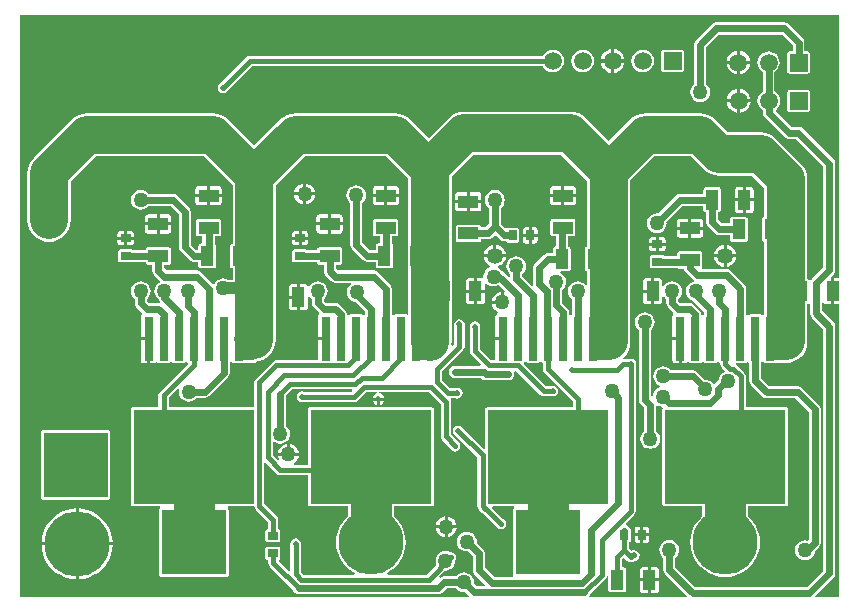
<source format=gbr>
G04 Layer_Physical_Order=2*
G04 Layer_Color=16711680*
%FSLAX42Y42*%
%MOMM*%
%TF.FileFunction,Copper,L2,Bot,Signal*%
%TF.Part,Single*%
G01*
G75*
%TA.AperFunction,SMDPad,CuDef*%
%ADD11R,1.70X1.10*%
%ADD13R,0.70X0.90*%
%ADD14R,0.90X0.70*%
%ADD16R,1.10X1.70*%
%TA.AperFunction,Conductor*%
%ADD23C,0.45*%
%ADD24C,0.60*%
%ADD26C,3.50*%
%ADD27C,3.25*%
%TA.AperFunction,ComponentPad*%
%ADD28R,1.50X1.50*%
%ADD29C,1.50*%
%ADD30R,5.50X5.50*%
%ADD31C,5.50*%
%ADD32R,5.50X5.50*%
%ADD33C,1.35*%
%ADD34R,1.35X1.35*%
%TA.AperFunction,ViaPad*%
%ADD35C,1.27*%
%ADD36C,0.50*%
%ADD37C,2.00*%
%TA.AperFunction,SMDPad,CuDef*%
%ADD38R,10.25X8.00*%
%ADD39R,0.80X3.70*%
%TA.AperFunction,Conductor*%
%ADD40C,1.00*%
%ADD41R,1.63X0.75*%
%ADD42R,1.63X0.75*%
%ADD43R,1.50X0.63*%
G36*
X3318Y3573D02*
Y3026D01*
X3316Y3024D01*
X3311Y3018D01*
X3310Y3010D01*
Y2840D01*
X3311Y2832D01*
X3316Y2826D01*
X3318Y2824D01*
Y2432D01*
X3315Y2430D01*
X3305Y2426D01*
X3302Y2429D01*
X3294Y2430D01*
X3214D01*
X3206Y2429D01*
X3199Y2424D01*
X3186Y2423D01*
X3178Y2431D01*
Y2648D01*
X3174Y2668D01*
X3163Y2684D01*
X3061Y2786D01*
X3045Y2797D01*
X3025Y2801D01*
X2721D01*
X2701Y2821D01*
Y2850D01*
X2735D01*
X2743Y2851D01*
X2749Y2856D01*
X2754Y2862D01*
X2755Y2870D01*
Y2980D01*
X2754Y2988D01*
X2749Y2994D01*
X2743Y2999D01*
X2735Y3000D01*
X2565D01*
X2557Y2999D01*
X2551Y2994D01*
X2546Y2988D01*
X2545Y2980D01*
Y2976D01*
X2457D01*
X2453Y2979D01*
X2445Y2980D01*
X2355D01*
X2347Y2979D01*
X2341Y2974D01*
X2336Y2968D01*
X2335Y2960D01*
Y2890D01*
X2336Y2882D01*
X2341Y2876D01*
X2347Y2871D01*
X2355Y2870D01*
X2445D01*
X2453Y2871D01*
X2457Y2874D01*
X2545D01*
Y2870D01*
X2546Y2862D01*
X2551Y2856D01*
X2557Y2851D01*
X2565Y2850D01*
X2599D01*
Y2800D01*
X2603Y2780D01*
X2614Y2764D01*
X2664Y2714D01*
X2680Y2703D01*
X2700Y2699D01*
X2828D01*
X2832Y2686D01*
X2822Y2678D01*
X2808Y2661D01*
X2800Y2641D01*
X2797Y2619D01*
X2800Y2597D01*
X2808Y2577D01*
X2822Y2559D01*
X2839Y2546D01*
X2859Y2537D01*
X2866Y2536D01*
X2949Y2454D01*
Y2427D01*
X2945Y2424D01*
X2943Y2421D01*
X2942Y2421D01*
X2931D01*
X2929Y2421D01*
X2927Y2424D01*
X2921Y2429D01*
X2913Y2430D01*
X2833D01*
X2825Y2429D01*
X2818Y2424D01*
X2805Y2423D01*
X2797Y2429D01*
X2793Y2449D01*
X2782Y2465D01*
X2736Y2511D01*
X2720Y2522D01*
X2700Y2526D01*
X2621D01*
X2601Y2546D01*
Y2559D01*
X2610Y2565D01*
X2623Y2583D01*
X2631Y2603D01*
X2634Y2625D01*
X2631Y2647D01*
X2623Y2667D01*
X2610Y2685D01*
X2592Y2698D01*
X2572Y2706D01*
X2550Y2709D01*
X2528Y2706D01*
X2508Y2698D01*
X2490Y2685D01*
X2477Y2667D01*
X2476Y2667D01*
X2464Y2669D01*
X2464Y2670D01*
X2458Y2678D01*
X2450Y2684D01*
X2440Y2686D01*
X2398D01*
Y2575D01*
Y2464D01*
X2440D01*
X2450Y2466D01*
X2458Y2472D01*
X2464Y2480D01*
X2466Y2490D01*
Y2577D01*
X2471Y2580D01*
X2479Y2581D01*
X2490Y2565D01*
X2499Y2559D01*
Y2525D01*
X2503Y2505D01*
X2514Y2489D01*
X2560Y2443D01*
X2560Y2428D01*
X2555Y2420D01*
X2553Y2410D01*
Y2238D01*
X2619D01*
Y2212D01*
X2553D01*
Y2041D01*
X2198D01*
X2181Y2038D01*
X2167Y2028D01*
X2024Y1886D01*
X2015Y1872D01*
X2012Y1855D01*
Y1645D01*
X1287D01*
Y1726D01*
X1360Y1798D01*
X1374Y1796D01*
X1375Y1795D01*
X1372Y1775D01*
X1375Y1753D01*
X1383Y1733D01*
X1397Y1715D01*
X1414Y1702D01*
X1434Y1694D01*
X1456Y1691D01*
X1478Y1694D01*
X1498Y1702D01*
X1516Y1715D01*
X1522Y1724D01*
X1594D01*
X1613Y1728D01*
X1630Y1739D01*
X1790Y1899D01*
X1801Y1916D01*
X1805Y1935D01*
Y2023D01*
X1808Y2026D01*
X1810Y2029D01*
X1812Y2029D01*
X1823D01*
X1825Y2029D01*
X1827Y2026D01*
X1833Y2021D01*
X1841Y2020D01*
X1842Y2019D01*
X1850Y2017D01*
X2012D01*
X2020Y2019D01*
X2027Y2023D01*
X2031Y2030D01*
X2032Y2031D01*
X2048Y2033D01*
X2083Y2043D01*
X2114Y2060D01*
X2142Y2083D01*
X2165Y2111D01*
X2182Y2142D01*
X2192Y2177D01*
X2196Y2212D01*
Y3524D01*
X2438Y3767D01*
X3124D01*
X3318Y3573D01*
D02*
G37*
G36*
X5820Y3658D02*
X5848Y3635D01*
X5880Y3618D01*
X5914Y3608D01*
X5950Y3604D01*
X5950Y3604D01*
X6224D01*
X6329Y3499D01*
Y3255D01*
X6322Y3254D01*
X6316Y3249D01*
X6311Y3243D01*
X6310Y3235D01*
Y3065D01*
X6311Y3057D01*
X6316Y3051D01*
X6322Y3046D01*
X6329Y3045D01*
Y2426D01*
X6327Y2424D01*
X6325Y2421D01*
X6323Y2421D01*
X6312D01*
X6310Y2421D01*
X6308Y2424D01*
X6302Y2429D01*
X6294Y2430D01*
X6214D01*
X6206Y2429D01*
X6200Y2424D01*
X6200Y2424D01*
X6186Y2423D01*
X6178Y2431D01*
Y2648D01*
X6174Y2668D01*
X6163Y2684D01*
X6049Y2799D01*
X6032Y2810D01*
X6012Y2813D01*
X5810D01*
X5803Y2826D01*
X5804Y2827D01*
X5805Y2835D01*
Y2945D01*
X5804Y2953D01*
X5799Y2959D01*
X5793Y2964D01*
X5785Y2965D01*
X5615D01*
X5607Y2964D01*
X5601Y2959D01*
X5596Y2953D01*
X5595Y2945D01*
Y2926D01*
X5482D01*
X5478Y2929D01*
X5470Y2930D01*
X5380D01*
X5372Y2929D01*
X5366Y2924D01*
X5361Y2918D01*
X5360Y2910D01*
Y2840D01*
X5361Y2832D01*
X5366Y2826D01*
X5372Y2821D01*
X5380Y2820D01*
X5470D01*
X5478Y2821D01*
X5482Y2824D01*
X5598D01*
X5601Y2821D01*
X5607Y2816D01*
X5615Y2815D01*
X5651D01*
X5653Y2805D01*
X5664Y2789D01*
X5726Y2726D01*
X5736Y2720D01*
X5733Y2707D01*
X5728Y2706D01*
X5708Y2698D01*
X5690Y2685D01*
X5677Y2667D01*
X5669Y2647D01*
X5666Y2625D01*
X5669Y2603D01*
X5677Y2583D01*
X5690Y2565D01*
X5708Y2552D01*
X5728Y2544D01*
X5731Y2543D01*
X5822Y2452D01*
Y2427D01*
X5819Y2424D01*
X5805Y2423D01*
X5797Y2429D01*
X5793Y2449D01*
X5782Y2465D01*
X5736Y2511D01*
X5720Y2522D01*
X5700Y2526D01*
X5621D01*
X5601Y2546D01*
Y2559D01*
X5610Y2565D01*
X5623Y2583D01*
X5631Y2603D01*
X5634Y2625D01*
X5631Y2647D01*
X5623Y2667D01*
X5610Y2685D01*
X5592Y2698D01*
X5572Y2706D01*
X5550Y2709D01*
X5528Y2706D01*
X5508Y2698D01*
X5490Y2685D01*
X5479Y2669D01*
X5471Y2670D01*
X5466Y2673D01*
Y2710D01*
X5464Y2720D01*
X5458Y2728D01*
X5450Y2734D01*
X5440Y2736D01*
X5398D01*
Y2625D01*
Y2514D01*
X5440D01*
X5450Y2516D01*
X5458Y2522D01*
X5464Y2530D01*
X5466Y2540D01*
Y2577D01*
X5471Y2580D01*
X5479Y2581D01*
X5490Y2565D01*
X5499Y2559D01*
Y2525D01*
X5503Y2505D01*
X5514Y2489D01*
X5560Y2443D01*
X5561Y2428D01*
X5555Y2420D01*
X5553Y2410D01*
Y2238D01*
X5619D01*
Y2225D01*
X5632D01*
Y2014D01*
X5659D01*
X5669Y2016D01*
X5677Y2022D01*
X5678Y2023D01*
X5691Y2026D01*
X5693Y2024D01*
X5698Y2021D01*
X5706Y2020D01*
X5786D01*
X5794Y2021D01*
X5800Y2026D01*
X5802Y2029D01*
X5804Y2029D01*
X5815D01*
X5817Y2029D01*
X5819Y2026D01*
X5825Y2021D01*
X5833Y2020D01*
X5913D01*
X5921Y2021D01*
X5927Y2026D01*
X5929Y2029D01*
X5931Y2029D01*
X5942D01*
X5944Y2029D01*
X5946Y2026D01*
X5952Y2021D01*
X5957Y2020D01*
Y2006D01*
X5960Y1990D01*
X5969Y1976D01*
X5994Y1951D01*
X5991Y1939D01*
X5983Y1935D01*
X5965Y1922D01*
X5952Y1905D01*
X5944Y1884D01*
X5942Y1870D01*
X5910Y1839D01*
X5908Y1838D01*
X5894Y1841D01*
X5884Y1853D01*
X5867Y1867D01*
X5847Y1875D01*
X5825Y1878D01*
X5761Y1942D01*
X5745Y1953D01*
X5725Y1957D01*
X5541D01*
X5535Y1966D01*
X5517Y1979D01*
X5497Y1988D01*
X5475Y1990D01*
X5453Y1988D01*
X5433Y1979D01*
X5415Y1966D01*
X5402Y1948D01*
X5394Y1928D01*
X5391Y1906D01*
X5394Y1884D01*
X5402Y1864D01*
X5415Y1847D01*
X5433Y1833D01*
X5451Y1826D01*
X5451Y1816D01*
X5450Y1813D01*
X5447Y1813D01*
X5427Y1804D01*
X5409Y1791D01*
X5396Y1773D01*
X5387Y1753D01*
X5386Y1741D01*
X5372Y1735D01*
X5370Y1736D01*
Y2296D01*
X5378Y2303D01*
X5392Y2320D01*
X5400Y2341D01*
X5403Y2362D01*
X5400Y2384D01*
X5392Y2405D01*
X5378Y2422D01*
X5361Y2435D01*
X5341Y2444D01*
X5319Y2447D01*
X5297Y2444D01*
X5277Y2435D01*
X5259Y2422D01*
X5246Y2405D01*
X5237Y2384D01*
X5235Y2362D01*
X5237Y2341D01*
X5246Y2320D01*
X5259Y2303D01*
X5268Y2296D01*
Y1706D01*
X5272Y1687D01*
X5283Y1670D01*
X5315Y1638D01*
Y1441D01*
X5306Y1435D01*
X5293Y1417D01*
X5284Y1397D01*
X5281Y1375D01*
X5284Y1353D01*
X5293Y1333D01*
X5306Y1315D01*
X5324Y1302D01*
X5344Y1294D01*
X5366Y1291D01*
X5387Y1294D01*
X5408Y1302D01*
X5425Y1315D01*
X5439Y1333D01*
X5447Y1353D01*
X5450Y1375D01*
X5447Y1397D01*
X5439Y1417D01*
X5425Y1435D01*
X5417Y1441D01*
Y1650D01*
X5421Y1654D01*
X5429Y1657D01*
X5447Y1650D01*
X5464Y1648D01*
X5470Y1637D01*
X5470Y1635D01*
X5469Y1633D01*
X5467Y1625D01*
Y825D01*
X5469Y817D01*
X5473Y811D01*
X5480Y806D01*
X5488Y805D01*
X5804D01*
Y721D01*
X5791Y709D01*
X5761Y674D01*
X5736Y634D01*
X5719Y591D01*
X5708Y546D01*
X5704Y500D01*
X5708Y454D01*
X5719Y409D01*
X5736Y366D01*
X5761Y326D01*
X5791Y291D01*
X5826Y261D01*
X5866Y236D01*
X5909Y219D01*
X5954Y208D01*
X6000Y204D01*
X6046Y208D01*
X6091Y219D01*
X6134Y236D01*
X6174Y261D01*
X6209Y291D01*
X6239Y326D01*
X6264Y366D01*
X6281Y409D01*
X6292Y454D01*
X6296Y500D01*
X6292Y546D01*
X6281Y591D01*
X6264Y634D01*
X6239Y674D01*
X6209Y709D01*
X6196Y721D01*
Y805D01*
X6512D01*
X6520Y806D01*
X6527Y811D01*
X6531Y817D01*
X6533Y825D01*
Y1625D01*
X6531Y1633D01*
X6527Y1639D01*
X6520Y1644D01*
X6512Y1645D01*
X6174D01*
Y1906D01*
X6171Y1923D01*
X6162Y1937D01*
X6100Y1999D01*
X6088Y2007D01*
X6090Y2019D01*
X6090Y2020D01*
X6167D01*
X6175Y2021D01*
X6181Y2026D01*
X6181Y2026D01*
X6195Y2027D01*
X6203Y2019D01*
Y1865D01*
X6207Y1845D01*
X6218Y1829D01*
X6314Y1733D01*
X6330Y1722D01*
X6350Y1718D01*
X6591D01*
X6705Y1604D01*
Y523D01*
X6702Y519D01*
X6693Y513D01*
X6675Y515D01*
X6653Y513D01*
X6633Y504D01*
X6615Y491D01*
X6602Y473D01*
X6594Y453D01*
X6591Y431D01*
X6594Y409D01*
X6602Y389D01*
X6615Y372D01*
X6633Y358D01*
X6653Y350D01*
X6675Y347D01*
X6697Y350D01*
X6717Y358D01*
X6735Y372D01*
X6748Y389D01*
X6756Y409D01*
X6758Y424D01*
X6792Y458D01*
X6803Y474D01*
X6807Y494D01*
Y1625D01*
X6803Y1645D01*
X6792Y1661D01*
X6649Y1805D01*
X6632Y1816D01*
X6612Y1820D01*
X6371D01*
X6305Y1886D01*
Y2023D01*
X6308Y2026D01*
X6310Y2029D01*
X6312Y2029D01*
X6323D01*
X6325Y2029D01*
X6327Y2026D01*
X6333Y2021D01*
X6341Y2020D01*
X6353D01*
X6355Y2019D01*
X6362Y2017D01*
X6508D01*
X6512Y2017D01*
X6548Y2020D01*
X6583Y2031D01*
X6614Y2048D01*
X6642Y2070D01*
X6665Y2098D01*
X6682Y2130D01*
X6692Y2164D01*
X6696Y2200D01*
Y2515D01*
X6707Y2521D01*
X6718Y2515D01*
Y2438D01*
X6722Y2418D01*
X6733Y2401D01*
X6830Y2304D01*
Y259D01*
X6691Y120D01*
X5746D01*
X5576Y290D01*
Y371D01*
X5585Y378D01*
X5598Y395D01*
X5606Y416D01*
X5609Y438D01*
X5606Y459D01*
X5598Y480D01*
X5585Y497D01*
X5567Y510D01*
X5547Y519D01*
X5525Y522D01*
X5503Y519D01*
X5483Y510D01*
X5465Y497D01*
X5452Y480D01*
X5444Y459D01*
X5441Y438D01*
X5444Y416D01*
X5452Y395D01*
X5465Y378D01*
X5474Y371D01*
Y269D01*
X5478Y249D01*
X5489Y233D01*
X5677Y45D01*
X5672Y33D01*
X4854D01*
X4847Y46D01*
X4855Y57D01*
X4856Y63D01*
X4987Y194D01*
X4996Y208D01*
X4998Y218D01*
X5011Y217D01*
Y96D01*
X5012Y88D01*
X5017Y82D01*
X5023Y77D01*
X5031Y76D01*
X5141D01*
X5149Y77D01*
X5156Y82D01*
X5160Y88D01*
X5162Y96D01*
Y266D01*
X5160Y274D01*
X5156Y281D01*
X5149Y285D01*
X5141Y287D01*
X5130D01*
Y356D01*
X5144Y370D01*
X5169Y344D01*
X5183Y335D01*
X5200Y332D01*
X5217Y335D01*
X5228Y342D01*
X5231Y342D01*
X5249Y345D01*
X5264Y355D01*
X5274Y370D01*
X5277Y388D01*
X5274Y405D01*
X5264Y420D01*
X5249Y430D01*
X5231Y433D01*
X5218Y431D01*
X5212D01*
X5207Y430D01*
X5187Y449D01*
Y499D01*
X5193Y503D01*
X5198Y510D01*
X5199Y518D01*
Y607D01*
X5198Y615D01*
X5193Y622D01*
X5187Y626D01*
X5181Y628D01*
X5174Y637D01*
X5162Y645D01*
X5157Y658D01*
X5231Y732D01*
X5240Y746D01*
X5243Y762D01*
Y1993D01*
X5246Y2006D01*
X5242Y2024D01*
X5232Y2039D01*
X5218Y2049D01*
X5200Y2052D01*
X5187Y2050D01*
X5138D01*
X5137Y2049D01*
X5131Y2061D01*
X5142Y2070D01*
X5165Y2098D01*
X5182Y2130D01*
X5192Y2164D01*
X5196Y2200D01*
Y3562D01*
X5401Y3767D01*
X5712D01*
X5820Y3658D01*
D02*
G37*
G36*
X4829Y3562D02*
Y3005D01*
X4822Y3004D01*
X4816Y2999D01*
X4811Y2993D01*
X4810Y2985D01*
Y2815D01*
X4811Y2807D01*
X4816Y2801D01*
X4822Y2796D01*
X4829Y2795D01*
Y2680D01*
X4816Y2676D01*
X4810Y2685D01*
X4792Y2698D01*
X4772Y2706D01*
X4750Y2709D01*
X4728Y2706D01*
X4708Y2698D01*
X4690Y2685D01*
X4677Y2667D01*
X4669Y2647D01*
X4666Y2625D01*
X4669Y2603D01*
X4677Y2583D01*
X4690Y2565D01*
X4699Y2559D01*
Y2426D01*
X4691Y2423D01*
X4686Y2423D01*
X4678Y2431D01*
Y2448D01*
X4674Y2468D01*
X4663Y2484D01*
X4620Y2527D01*
Y2640D01*
X4628Y2647D01*
X4642Y2664D01*
X4650Y2684D01*
X4653Y2706D01*
X4650Y2728D01*
X4642Y2748D01*
X4628Y2766D01*
X4611Y2779D01*
X4604Y2782D01*
X4607Y2795D01*
X4670D01*
X4678Y2796D01*
X4684Y2801D01*
X4689Y2807D01*
X4690Y2815D01*
Y2985D01*
X4689Y2993D01*
X4684Y2999D01*
X4678Y3004D01*
X4670Y3005D01*
X4666D01*
Y3090D01*
X4710D01*
X4718Y3091D01*
X4724Y3096D01*
X4729Y3102D01*
X4730Y3110D01*
Y3220D01*
X4729Y3228D01*
X4724Y3234D01*
X4718Y3239D01*
X4710Y3240D01*
X4540D01*
X4532Y3239D01*
X4526Y3234D01*
X4521Y3228D01*
X4520Y3220D01*
Y3110D01*
X4521Y3102D01*
X4526Y3096D01*
X4532Y3091D01*
X4540Y3090D01*
X4564D01*
Y3005D01*
X4560D01*
X4552Y3004D01*
X4546Y2999D01*
X4541Y2993D01*
X4540Y2985D01*
Y2951D01*
X4500D01*
X4480Y2947D01*
X4464Y2936D01*
X4389Y2861D01*
X4378Y2845D01*
X4374Y2825D01*
Y2689D01*
X4377Y2676D01*
X4365Y2670D01*
X4282Y2752D01*
Y2771D01*
X4291Y2778D01*
X4304Y2795D01*
X4313Y2816D01*
X4315Y2838D01*
X4313Y2859D01*
X4304Y2880D01*
X4291Y2897D01*
X4273Y2910D01*
X4253Y2919D01*
X4231Y2922D01*
X4209Y2919D01*
X4189Y2910D01*
X4172Y2897D01*
X4158Y2880D01*
X4150Y2859D01*
X4147Y2838D01*
X4150Y2816D01*
X4158Y2795D01*
X4172Y2778D01*
X4180Y2771D01*
Y2747D01*
X4168Y2742D01*
X4124Y2786D01*
X4107Y2797D01*
X4107Y2797D01*
X4097Y2810D01*
X4080Y2823D01*
X4080Y2823D01*
Y2837D01*
X4097Y2844D01*
X4116Y2859D01*
X4131Y2878D01*
X4141Y2901D01*
X4142Y2912D01*
X3958D01*
X3959Y2901D01*
X3969Y2878D01*
X3984Y2859D01*
X4003Y2844D01*
X4008Y2842D01*
Y2828D01*
X3995Y2823D01*
X3978Y2810D01*
X3965Y2792D01*
X3956Y2772D01*
X3953Y2750D01*
X3954Y2745D01*
X3942Y2735D01*
X3940Y2736D01*
X3898D01*
Y2638D01*
X3966D01*
Y2686D01*
X3974Y2689D01*
X3979Y2690D01*
X3995Y2677D01*
X4016Y2669D01*
X4038Y2666D01*
X4059Y2669D01*
X4080Y2677D01*
X4085Y2681D01*
X4135Y2631D01*
X4129Y2619D01*
X4125Y2619D01*
Y2531D01*
X4112D01*
Y2519D01*
X4025D01*
X4026Y2508D01*
X4035Y2486D01*
X4049Y2468D01*
X4068Y2454D01*
X4076Y2450D01*
X4076Y2448D01*
X4069Y2434D01*
X4061Y2428D01*
X4055Y2420D01*
X4053Y2410D01*
Y2238D01*
X4119D01*
Y2212D01*
X4053D01*
Y2041D01*
X4020D01*
X3925Y2137D01*
Y2312D01*
X3927Y2325D01*
X3924Y2343D01*
X3914Y2357D01*
X3899Y2367D01*
X3881Y2371D01*
X3864Y2367D01*
X3849Y2357D01*
X3839Y2343D01*
X3835Y2325D01*
X3838Y2312D01*
Y2119D01*
X3841Y2102D01*
X3851Y2088D01*
X3932Y2006D01*
X3927Y1995D01*
X3712D01*
X3693Y1991D01*
X3676Y1980D01*
X3665Y1963D01*
X3662Y1944D01*
X3665Y1924D01*
X3676Y1908D01*
X3680Y1905D01*
X3680Y1905D01*
X3695Y1895D01*
X3712Y1892D01*
X3718Y1893D01*
X3933D01*
X3936Y1889D01*
X3953Y1878D01*
X3972Y1874D01*
X4162D01*
X4182Y1878D01*
X4199Y1889D01*
X4210Y1905D01*
X4213Y1925D01*
X4210Y1941D01*
X4216Y1952D01*
X4229Y1953D01*
X4432Y1751D01*
X4446Y1741D01*
X4462Y1738D01*
X4525D01*
X4538Y1735D01*
X4555Y1739D01*
X4570Y1749D01*
X4580Y1764D01*
X4583Y1781D01*
X4580Y1799D01*
X4570Y1814D01*
X4555Y1824D01*
X4538Y1827D01*
X4525Y1825D01*
X4480D01*
X4296Y2009D01*
X4296Y2011D01*
X4299Y2024D01*
X4300Y2026D01*
X4302Y2029D01*
X4304Y2029D01*
X4315D01*
X4317Y2029D01*
X4319Y2026D01*
X4325Y2021D01*
X4333Y2020D01*
X4413D01*
X4421Y2021D01*
X4427Y2026D01*
X4429Y2029D01*
X4431Y2029D01*
X4442D01*
X4444Y2029D01*
X4446Y2026D01*
X4452Y2021D01*
X4457Y2020D01*
Y1969D01*
X4460Y1952D01*
X4469Y1938D01*
X4713Y1695D01*
Y1645D01*
X3988D01*
X3980Y1644D01*
X3973Y1639D01*
X3969Y1633D01*
X3967Y1625D01*
Y1292D01*
X3955Y1287D01*
X3779Y1463D01*
X3772Y1474D01*
X3757Y1484D01*
X3740Y1487D01*
X3722Y1484D01*
X3707Y1474D01*
X3697Y1459D01*
X3694Y1442D01*
X3697Y1424D01*
X3707Y1409D01*
X3718Y1402D01*
X3902Y1218D01*
Y807D01*
X3905Y791D01*
X3914Y777D01*
X3939Y752D01*
X3951Y744D01*
X4060Y635D01*
X4068Y624D01*
X4082Y614D01*
X4100Y610D01*
X4118Y614D01*
X4132Y624D01*
X4142Y639D01*
X4146Y656D01*
X4142Y674D01*
X4132Y689D01*
X4122Y696D01*
X4025Y793D01*
X4030Y805D01*
X4211D01*
X4214Y792D01*
X4211Y789D01*
X4206Y783D01*
X4205Y775D01*
Y225D01*
X4206Y220D01*
X4201Y211D01*
X4198Y207D01*
X4046D01*
X3963Y290D01*
Y406D01*
X3960Y426D01*
X3949Y442D01*
X3895Y496D01*
X3897Y506D01*
X3894Y528D01*
X3885Y548D01*
X3872Y566D01*
X3855Y579D01*
X3834Y588D01*
X3812Y590D01*
X3791Y588D01*
X3770Y579D01*
X3753Y566D01*
X3740Y548D01*
X3731Y528D01*
X3728Y506D01*
X3731Y484D01*
X3740Y464D01*
X3753Y447D01*
X3770Y433D01*
X3791Y425D01*
X3812Y422D01*
X3823Y423D01*
X3862Y385D01*
Y269D01*
X3865Y249D01*
X3876Y233D01*
X3970Y139D01*
X3965Y127D01*
X3895D01*
X3870Y152D01*
X3872Y162D01*
X3869Y184D01*
X3860Y205D01*
X3847Y222D01*
X3830Y235D01*
X3809Y244D01*
X3788Y247D01*
X3766Y244D01*
X3745Y235D01*
X3728Y222D01*
X3721Y213D01*
X3619D01*
X3599Y210D01*
X3587Y201D01*
X3579Y211D01*
X3628Y260D01*
X3631Y260D01*
X3653Y262D01*
X3673Y271D01*
X3691Y284D01*
X3704Y302D01*
X3713Y322D01*
X3715Y344D01*
X3715Y350D01*
X3718Y355D01*
X3722Y372D01*
X3718Y388D01*
X3709Y402D01*
X3695Y412D01*
X3678Y415D01*
X3676Y415D01*
X3673Y417D01*
X3653Y425D01*
X3631Y428D01*
X3609Y425D01*
X3589Y417D01*
X3572Y403D01*
X3558Y386D01*
X3550Y366D01*
X3547Y344D01*
X3550Y322D01*
X3555Y310D01*
X3471Y226D01*
X3142D01*
X3138Y239D01*
X3174Y261D01*
X3209Y291D01*
X3239Y326D01*
X3264Y366D01*
X3281Y409D01*
X3292Y454D01*
X3296Y500D01*
X3292Y546D01*
X3281Y591D01*
X3264Y634D01*
X3239Y674D01*
X3209Y709D01*
X3196Y721D01*
Y805D01*
X3512D01*
X3520Y806D01*
X3527Y811D01*
X3531Y817D01*
X3533Y825D01*
Y1625D01*
X3531Y1633D01*
X3527Y1639D01*
X3520Y1644D01*
X3512Y1645D01*
X2487D01*
X2479Y1644D01*
X2473Y1639D01*
X2468Y1633D01*
X2467Y1625D01*
Y1156D01*
X2352D01*
X2348Y1169D01*
X2363Y1180D01*
X2378Y1199D01*
X2387Y1221D01*
X2388Y1231D01*
X2212D01*
X2213Y1221D01*
X2221Y1202D01*
X2210Y1195D01*
X2169Y1236D01*
Y1346D01*
X2181Y1352D01*
X2189Y1346D01*
X2209Y1337D01*
X2231Y1335D01*
X2253Y1337D01*
X2273Y1346D01*
X2291Y1359D01*
X2304Y1377D01*
X2313Y1397D01*
X2315Y1419D01*
X2313Y1441D01*
X2304Y1461D01*
X2291Y1478D01*
X2282Y1485D01*
Y1746D01*
X2330Y1794D01*
X2839D01*
X2844Y1783D01*
X2837Y1775D01*
X2432D01*
X2419Y1777D01*
X2401Y1774D01*
X2386Y1764D01*
X2376Y1749D01*
X2373Y1731D01*
X2376Y1714D01*
X2386Y1699D01*
X2401Y1689D01*
X2419Y1685D01*
X2432Y1688D01*
X2856D01*
X2873Y1691D01*
X2887Y1701D01*
X2961Y1775D01*
X3054D01*
X3055Y1762D01*
X3043Y1760D01*
X3026Y1749D01*
X3015Y1732D01*
X3014Y1725D01*
X3111D01*
X3110Y1732D01*
X3099Y1749D01*
X3082Y1760D01*
X3070Y1762D01*
X3071Y1775D01*
X3489D01*
X3590Y1673D01*
Y1398D01*
X3594Y1381D01*
X3603Y1367D01*
X3669Y1301D01*
X3670Y1295D01*
X3680Y1280D01*
X3695Y1270D01*
X3712Y1267D01*
X3730Y1270D01*
X3745Y1280D01*
X3755Y1295D01*
X3758Y1312D01*
X3755Y1330D01*
X3753Y1333D01*
X3753Y1335D01*
X3743Y1349D01*
X3677Y1416D01*
Y1691D01*
X3674Y1706D01*
X3675Y1710D01*
X3680Y1719D01*
X3718D01*
X3731Y1717D01*
X3749Y1720D01*
X3764Y1730D01*
X3774Y1745D01*
X3777Y1762D01*
X3774Y1780D01*
X3764Y1795D01*
X3749Y1805D01*
X3731Y1808D01*
X3718Y1806D01*
X3672D01*
X3606Y1872D01*
Y1952D01*
X3781Y2127D01*
X3790Y2141D01*
X3793Y2157D01*
Y2331D01*
X3796Y2344D01*
X3792Y2361D01*
X3782Y2376D01*
X3768Y2386D01*
X3750Y2390D01*
X3732Y2386D01*
X3718Y2376D01*
X3708Y2361D01*
X3704Y2344D01*
X3707Y2331D01*
Y2175D01*
X3694Y2163D01*
X3682Y2168D01*
X3685Y2199D01*
Y2526D01*
X3689Y2532D01*
X3690Y2540D01*
Y2710D01*
X3689Y2718D01*
X3685Y2724D01*
Y3600D01*
X3863Y3779D01*
X4612D01*
X4829Y3562D01*
D02*
G37*
G36*
X6967Y2737D02*
X6965Y2736D01*
X6923D01*
Y2625D01*
Y2514D01*
X6965D01*
X6967Y2513D01*
Y33D01*
X6766D01*
X6761Y45D01*
X6917Y201D01*
X6928Y218D01*
X6932Y238D01*
Y2325D01*
X6928Y2345D01*
X6917Y2361D01*
X6820Y2459D01*
Y2526D01*
X6823Y2527D01*
X6832Y2528D01*
X6837Y2522D01*
X6845Y2516D01*
X6855Y2514D01*
X6897D01*
Y2625D01*
Y2740D01*
X6894Y2748D01*
X6917Y2771D01*
X6928Y2787D01*
X6932Y2807D01*
Y3706D01*
X6928Y3726D01*
X6917Y3742D01*
X6655Y4005D01*
X6638Y4016D01*
X6619Y4020D01*
X6559D01*
X6428Y4151D01*
X6428Y4163D01*
X6437Y4170D01*
X6452Y4190D01*
X6461Y4213D01*
X6465Y4238D01*
X6461Y4262D01*
X6452Y4285D01*
X6437Y4305D01*
X6417Y4320D01*
Y4482D01*
X6434Y4495D01*
X6449Y4515D01*
X6459Y4538D01*
X6462Y4562D01*
X6459Y4587D01*
X6449Y4610D01*
X6434Y4630D01*
X6414Y4645D01*
X6391Y4655D01*
X6367Y4658D01*
X6342Y4655D01*
X6319Y4645D01*
X6299Y4630D01*
X6284Y4610D01*
X6274Y4587D01*
X6271Y4562D01*
X6274Y4538D01*
X6284Y4515D01*
X6299Y4495D01*
X6316Y4482D01*
Y4316D01*
X6301Y4305D01*
X6286Y4285D01*
X6276Y4262D01*
X6273Y4238D01*
X6276Y4213D01*
X6286Y4190D01*
X6301Y4170D01*
X6318Y4157D01*
Y4138D01*
X6322Y4118D01*
X6333Y4101D01*
X6501Y3933D01*
X6518Y3922D01*
X6538Y3918D01*
X6598D01*
X6830Y3685D01*
Y2828D01*
X6733Y2731D01*
X6726Y2721D01*
X6723Y2720D01*
X6711Y2721D01*
X6709Y2724D01*
X6703Y2729D01*
X6696Y2730D01*
Y3575D01*
X6696Y3575D01*
X6692Y3611D01*
X6682Y3645D01*
X6665Y3677D01*
X6642Y3705D01*
X6430Y3917D01*
X6402Y3940D01*
X6370Y3957D01*
X6336Y3967D01*
X6300Y3971D01*
X6026D01*
X5917Y4080D01*
X5889Y4102D01*
X5858Y4119D01*
X5823Y4130D01*
X5788Y4133D01*
X5325D01*
X5289Y4130D01*
X5255Y4119D01*
X5223Y4102D01*
X5195Y4080D01*
X5012Y3897D01*
X4817Y4092D01*
X4789Y4115D01*
X4758Y4132D01*
X4723Y4142D01*
X4688Y4146D01*
X3788D01*
X3752Y4142D01*
X3717Y4132D01*
X3686Y4115D01*
X3658Y4092D01*
X3658Y4092D01*
X3488Y3922D01*
X3330Y4080D01*
X3302Y4102D01*
X3270Y4119D01*
X3236Y4130D01*
X3200Y4133D01*
X2363D01*
X2362Y4133D01*
X2327Y4130D01*
X2292Y4119D01*
X2261Y4102D01*
X2233Y4080D01*
X2012Y3859D01*
X1792Y4080D01*
X1764Y4102D01*
X1733Y4119D01*
X1698Y4130D01*
X1662Y4133D01*
X600D01*
X564Y4130D01*
X530Y4119D01*
X498Y4102D01*
X470Y4080D01*
X470Y4080D01*
X145Y3755D01*
X123Y3727D01*
X106Y3695D01*
X95Y3661D01*
X92Y3625D01*
Y3225D01*
X95Y3189D01*
X106Y3155D01*
X123Y3123D01*
X145Y3095D01*
X173Y3073D01*
X205Y3056D01*
X239Y3045D01*
X275Y3042D01*
X311Y3045D01*
X345Y3056D01*
X377Y3073D01*
X405Y3095D01*
X427Y3123D01*
X444Y3155D01*
X455Y3189D01*
X458Y3225D01*
Y3549D01*
X676Y3767D01*
X1587D01*
X1829Y3524D01*
Y3030D01*
X1822Y3029D01*
X1816Y3024D01*
X1811Y3018D01*
X1810Y3010D01*
Y2840D01*
X1811Y2832D01*
X1816Y2826D01*
X1822Y2821D01*
X1829Y2820D01*
Y2721D01*
X1795D01*
X1792Y2723D01*
X1772Y2731D01*
X1750Y2734D01*
X1728Y2731D01*
X1708Y2723D01*
X1690Y2710D01*
X1677Y2692D01*
X1675Y2686D01*
X1661Y2686D01*
X1561Y2786D01*
X1545Y2797D01*
X1525Y2801D01*
X1271D01*
X1251Y2821D01*
Y2850D01*
X1285D01*
X1293Y2851D01*
X1299Y2856D01*
X1304Y2862D01*
X1305Y2870D01*
Y2980D01*
X1304Y2988D01*
X1299Y2994D01*
X1293Y2999D01*
X1285Y3000D01*
X1115D01*
X1107Y2999D01*
X1101Y2994D01*
X1096Y2988D01*
X1095Y2980D01*
Y2976D01*
X982D01*
X978Y2979D01*
X970Y2980D01*
X880D01*
X872Y2979D01*
X866Y2974D01*
X861Y2968D01*
X860Y2960D01*
Y2890D01*
X861Y2882D01*
X866Y2876D01*
X872Y2871D01*
X880Y2870D01*
X970D01*
X978Y2871D01*
X982Y2874D01*
X1095D01*
Y2870D01*
X1096Y2862D01*
X1101Y2856D01*
X1107Y2851D01*
X1115Y2850D01*
X1149D01*
Y2800D01*
X1153Y2780D01*
X1164Y2764D01*
X1214Y2714D01*
X1215Y2713D01*
X1214Y2700D01*
X1208Y2698D01*
X1190Y2685D01*
X1177Y2667D01*
X1169Y2647D01*
X1166Y2625D01*
X1169Y2603D01*
X1177Y2583D01*
X1190Y2565D01*
X1202Y2557D01*
X1203Y2551D01*
X1213Y2536D01*
X1211Y2532D01*
X1206Y2525D01*
X1200Y2526D01*
X1121D01*
X1101Y2546D01*
Y2559D01*
X1110Y2565D01*
X1123Y2583D01*
X1131Y2603D01*
X1134Y2625D01*
X1131Y2647D01*
X1123Y2667D01*
X1110Y2685D01*
X1092Y2698D01*
X1072Y2706D01*
X1050Y2709D01*
X1028Y2706D01*
X1008Y2698D01*
X990Y2685D01*
X977Y2667D01*
X969Y2647D01*
X966Y2625D01*
X969Y2603D01*
X977Y2583D01*
X990Y2565D01*
X999Y2559D01*
Y2525D01*
X1003Y2505D01*
X1014Y2489D01*
X1060Y2443D01*
X1061Y2428D01*
X1055Y2420D01*
X1053Y2410D01*
Y2238D01*
X1119D01*
Y2225D01*
X1132D01*
Y2014D01*
X1159D01*
X1169Y2016D01*
X1177Y2022D01*
X1178Y2023D01*
X1191Y2026D01*
X1193Y2024D01*
X1198Y2021D01*
X1206Y2020D01*
X1286D01*
X1294Y2021D01*
X1300Y2026D01*
X1302Y2029D01*
X1304Y2029D01*
X1315D01*
X1317Y2029D01*
X1319Y2026D01*
X1325Y2021D01*
X1333Y2020D01*
X1413D01*
X1421Y2021D01*
X1427Y2026D01*
X1429Y2029D01*
X1431Y2029D01*
X1442D01*
X1444Y2029D01*
X1446Y2026D01*
X1446Y2025D01*
X1449Y2010D01*
X1448Y2010D01*
X1213Y1774D01*
X1204Y1760D01*
X1200Y1744D01*
Y1645D01*
X988D01*
X980Y1644D01*
X973Y1639D01*
X969Y1633D01*
X967Y1625D01*
Y825D01*
X969Y817D01*
X973Y811D01*
X980Y806D01*
X988Y805D01*
X1211D01*
X1214Y792D01*
X1211Y789D01*
X1206Y783D01*
X1205Y775D01*
Y225D01*
X1206Y217D01*
X1211Y211D01*
X1217Y206D01*
X1225Y205D01*
X1775D01*
X1783Y206D01*
X1789Y211D01*
X1794Y217D01*
X1795Y225D01*
Y775D01*
X1794Y783D01*
X1789Y789D01*
X1786Y792D01*
X1789Y805D01*
X2012D01*
X2015Y791D01*
X2024Y777D01*
X2130Y671D01*
Y612D01*
X2124D01*
X2116Y610D01*
X2109Y606D01*
X2105Y599D01*
X2103Y591D01*
Y521D01*
X2105Y513D01*
X2109Y507D01*
X2116Y502D01*
X2124Y501D01*
X2214D01*
X2222Y502D01*
X2228Y507D01*
X2233Y513D01*
X2234Y521D01*
Y591D01*
X2233Y599D01*
X2228Y606D01*
X2222Y610D01*
X2217Y611D01*
Y689D01*
X2214Y705D01*
X2204Y719D01*
X2098Y825D01*
Y1168D01*
X2110Y1172D01*
X2201Y1082D01*
X2215Y1072D01*
X2231Y1069D01*
X2467D01*
Y825D01*
X2468Y817D01*
X2473Y811D01*
X2479Y806D01*
X2487Y805D01*
X2804D01*
Y721D01*
X2791Y709D01*
X2761Y674D01*
X2736Y634D01*
X2719Y591D01*
X2708Y546D01*
X2704Y500D01*
X2708Y454D01*
X2719Y409D01*
X2736Y366D01*
X2761Y326D01*
X2791Y291D01*
X2826Y261D01*
X2862Y239D01*
X2858Y226D01*
X2427D01*
X2406Y247D01*
Y475D01*
X2408Y487D01*
X2405Y505D01*
X2395Y520D01*
X2380Y530D01*
X2362Y533D01*
X2345Y530D01*
X2330Y520D01*
X2320Y505D01*
X2317Y487D01*
X2319Y475D01*
Y259D01*
X2307Y254D01*
X2222Y340D01*
X2222Y344D01*
X2223Y354D01*
X2228Y357D01*
X2233Y363D01*
X2234Y371D01*
Y441D01*
X2233Y449D01*
X2228Y456D01*
X2222Y460D01*
X2214Y462D01*
X2124D01*
X2116Y460D01*
X2109Y456D01*
X2105Y449D01*
X2103Y441D01*
Y371D01*
X2105Y363D01*
X2109Y357D01*
X2116Y352D01*
X2124Y351D01*
X2132D01*
Y325D01*
X2135Y308D01*
X2144Y294D01*
X2342Y97D01*
X2343Y90D01*
X2354Y74D01*
X2370Y63D01*
X2390Y59D01*
X3566D01*
X3586Y63D01*
X3602Y74D01*
X3640Y112D01*
X3721D01*
X3728Y103D01*
X3745Y90D01*
X3766Y81D01*
X3788Y78D01*
X3798Y80D01*
X3832Y46D01*
X3827Y33D01*
X33D01*
Y4967D01*
X6967D01*
Y2737D01*
D02*
G37*
%LPC*%
G36*
X2875Y3522D02*
X2853Y3519D01*
X2833Y3510D01*
X2815Y3497D01*
X2802Y3480D01*
X2794Y3459D01*
X2791Y3438D01*
X2794Y3416D01*
X2802Y3395D01*
X2815Y3378D01*
X2824Y3371D01*
Y3019D01*
X2828Y2999D01*
X2839Y2983D01*
X2933Y2889D01*
X2949Y2878D01*
X2969Y2874D01*
X3040D01*
Y2840D01*
X3041Y2832D01*
X3046Y2826D01*
X3052Y2821D01*
X3060Y2820D01*
X3170D01*
X3178Y2821D01*
X3184Y2826D01*
X3189Y2832D01*
X3190Y2840D01*
Y3010D01*
X3189Y3018D01*
X3184Y3024D01*
X3178Y3029D01*
X3176Y3029D01*
Y3090D01*
X3210D01*
X3218Y3091D01*
X3224Y3096D01*
X3229Y3102D01*
X3230Y3110D01*
Y3220D01*
X3229Y3228D01*
X3224Y3234D01*
X3218Y3239D01*
X3210Y3240D01*
X3040D01*
X3032Y3239D01*
X3026Y3234D01*
X3021Y3228D01*
X3020Y3220D01*
Y3110D01*
X3021Y3102D01*
X3026Y3096D01*
X3032Y3091D01*
X3040Y3090D01*
X3074D01*
Y3030D01*
X3060D01*
X3052Y3029D01*
X3046Y3024D01*
X3041Y3018D01*
X3040Y3010D01*
Y2976D01*
X2990D01*
X2926Y3040D01*
Y3371D01*
X2935Y3378D01*
X2948Y3395D01*
X2956Y3416D01*
X2959Y3438D01*
X2956Y3459D01*
X2948Y3480D01*
X2935Y3497D01*
X2917Y3510D01*
X2897Y3519D01*
X2875Y3522D01*
D02*
G37*
G36*
X2372Y2686D02*
X2330D01*
X2320Y2684D01*
X2312Y2678D01*
X2306Y2670D01*
X2304Y2660D01*
Y2588D01*
X2372D01*
Y2686D01*
D02*
G37*
G36*
X2387Y3136D02*
X2355D01*
X2345Y3134D01*
X2337Y3128D01*
X2331Y3120D01*
X2329Y3110D01*
Y3088D01*
X2387D01*
Y3136D01*
D02*
G37*
G36*
X2471Y3062D02*
X2413D01*
Y3014D01*
X2445D01*
X2455Y3016D01*
X2463Y3022D01*
X2469Y3030D01*
X2471Y3040D01*
Y3062D01*
D02*
G37*
G36*
X2387D02*
X2329D01*
Y3040D01*
X2331Y3030D01*
X2337Y3022D01*
X2345Y3016D01*
X2355Y3014D01*
X2387D01*
Y3062D01*
D02*
G37*
G36*
X2372Y2562D02*
X2304D01*
Y2490D01*
X2306Y2480D01*
X2312Y2472D01*
X2320Y2466D01*
X2330Y2464D01*
X2372D01*
Y2562D01*
D02*
G37*
G36*
X2450Y3538D02*
Y3463D01*
X2525D01*
X2524Y3473D01*
X2515Y3495D01*
X2501Y3513D01*
X2482Y3528D01*
X2461Y3537D01*
X2450Y3538D01*
D02*
G37*
G36*
X2425D02*
X2414Y3537D01*
X2393Y3528D01*
X2374Y3513D01*
X2360Y3495D01*
X2351Y3473D01*
X2350Y3463D01*
X2425D01*
Y3538D01*
D02*
G37*
G36*
X3112Y3516D02*
X3040D01*
X3030Y3514D01*
X3022Y3508D01*
X3016Y3500D01*
X3014Y3490D01*
Y3448D01*
X3112D01*
Y3516D01*
D02*
G37*
G36*
X3210D02*
X3138D01*
Y3448D01*
X3236D01*
Y3490D01*
X3234Y3500D01*
X3228Y3508D01*
X3220Y3514D01*
X3210Y3516D01*
D02*
G37*
G36*
X2761Y3182D02*
X2663D01*
Y3114D01*
X2735D01*
X2745Y3116D01*
X2753Y3122D01*
X2759Y3130D01*
X2761Y3140D01*
Y3182D01*
D02*
G37*
G36*
X2637Y3276D02*
X2565D01*
X2555Y3274D01*
X2547Y3268D01*
X2541Y3260D01*
X2539Y3250D01*
Y3208D01*
X2637D01*
Y3276D01*
D02*
G37*
G36*
X2445Y3136D02*
X2413D01*
Y3088D01*
X2471D01*
Y3110D01*
X2469Y3120D01*
X2463Y3128D01*
X2455Y3134D01*
X2445Y3136D01*
D02*
G37*
G36*
X2637Y3182D02*
X2539D01*
Y3140D01*
X2541Y3130D01*
X2547Y3122D01*
X2555Y3116D01*
X2565Y3114D01*
X2637D01*
Y3182D01*
D02*
G37*
G36*
X3236Y3422D02*
X3138D01*
Y3354D01*
X3210D01*
X3220Y3356D01*
X3228Y3362D01*
X3234Y3370D01*
X3236Y3380D01*
Y3422D01*
D02*
G37*
G36*
X3112D02*
X3014D01*
Y3380D01*
X3016Y3370D01*
X3022Y3362D01*
X3030Y3356D01*
X3040Y3354D01*
X3112D01*
Y3422D01*
D02*
G37*
G36*
X2525Y3437D02*
X2450D01*
Y3362D01*
X2461Y3363D01*
X2482Y3372D01*
X2501Y3387D01*
X2515Y3405D01*
X2524Y3427D01*
X2525Y3437D01*
D02*
G37*
G36*
X2425D02*
X2350D01*
X2351Y3427D01*
X2360Y3405D01*
X2374Y3387D01*
X2393Y3372D01*
X2414Y3363D01*
X2425Y3362D01*
Y3437D01*
D02*
G37*
G36*
X2735Y3276D02*
X2663D01*
Y3208D01*
X2761D01*
Y3250D01*
X2759Y3260D01*
X2753Y3268D01*
X2745Y3274D01*
X2735Y3276D01*
D02*
G37*
G36*
X6092Y2912D02*
X6013D01*
Y2833D01*
X6024Y2834D01*
X6047Y2844D01*
X6066Y2859D01*
X6081Y2878D01*
X6091Y2901D01*
X6092Y2912D01*
D02*
G37*
G36*
X5987D02*
X5908D01*
X5909Y2901D01*
X5919Y2878D01*
X5934Y2859D01*
X5953Y2844D01*
X5976Y2834D01*
X5987Y2833D01*
Y2912D01*
D02*
G37*
G36*
Y3017D02*
X5976Y3016D01*
X5953Y3006D01*
X5934Y2991D01*
X5919Y2972D01*
X5909Y2949D01*
X5908Y2938D01*
X5987D01*
Y3017D01*
D02*
G37*
G36*
X5372Y2736D02*
X5330D01*
X5320Y2734D01*
X5312Y2728D01*
X5306Y2720D01*
X5304Y2710D01*
Y2638D01*
X5372D01*
Y2736D01*
D02*
G37*
G36*
X5470Y3086D02*
X5438D01*
Y3038D01*
X5496D01*
Y3060D01*
X5494Y3070D01*
X5488Y3078D01*
X5480Y3084D01*
X5470Y3086D01*
D02*
G37*
G36*
X5412D02*
X5380D01*
X5370Y3084D01*
X5362Y3078D01*
X5356Y3070D01*
X5354Y3060D01*
Y3038D01*
X5412D01*
Y3086D01*
D02*
G37*
G36*
X5945Y3505D02*
X5835D01*
X5827Y3504D01*
X5821Y3499D01*
X5816Y3493D01*
X5815Y3485D01*
Y3451D01*
X5619D01*
X5599Y3447D01*
X5583Y3436D01*
X5429Y3283D01*
X5419Y3284D01*
X5397Y3281D01*
X5377Y3273D01*
X5359Y3260D01*
X5346Y3242D01*
X5337Y3222D01*
X5335Y3200D01*
X5337Y3178D01*
X5346Y3158D01*
X5359Y3140D01*
X5377Y3127D01*
X5397Y3119D01*
X5419Y3116D01*
X5441Y3119D01*
X5461Y3127D01*
X5478Y3140D01*
X5492Y3158D01*
X5500Y3178D01*
X5503Y3200D01*
X5502Y3211D01*
X5640Y3349D01*
X5815D01*
Y3315D01*
X5816Y3307D01*
X5821Y3301D01*
X5827Y3296D01*
X5835Y3295D01*
X5839D01*
Y3210D01*
X5843Y3190D01*
X5854Y3174D01*
X5914Y3114D01*
X5930Y3103D01*
X5950Y3099D01*
X6040D01*
Y3065D01*
X6041Y3057D01*
X6046Y3051D01*
X6052Y3046D01*
X6060Y3045D01*
X6170D01*
X6178Y3046D01*
X6184Y3051D01*
X6189Y3057D01*
X6190Y3065D01*
Y3235D01*
X6189Y3243D01*
X6184Y3249D01*
X6178Y3254D01*
X6170Y3255D01*
X6060D01*
X6052Y3254D01*
X6046Y3249D01*
X6041Y3243D01*
X6040Y3235D01*
Y3201D01*
X5971D01*
X5941Y3231D01*
Y3295D01*
X5945D01*
X5953Y3296D01*
X5959Y3301D01*
X5964Y3307D01*
X5965Y3315D01*
Y3485D01*
X5964Y3493D01*
X5959Y3499D01*
X5953Y3504D01*
X5945Y3505D01*
D02*
G37*
G36*
X5811Y3147D02*
X5713D01*
Y3079D01*
X5785D01*
X5795Y3081D01*
X5803Y3087D01*
X5809Y3095D01*
X5811Y3105D01*
Y3147D01*
D02*
G37*
G36*
X5687D02*
X5589D01*
Y3105D01*
X5591Y3095D01*
X5597Y3087D01*
X5605Y3081D01*
X5615Y3079D01*
X5687D01*
Y3147D01*
D02*
G37*
G36*
X5496Y3012D02*
X5438D01*
Y2964D01*
X5470D01*
X5480Y2966D01*
X5488Y2972D01*
X5494Y2980D01*
X5496Y2990D01*
Y3012D01*
D02*
G37*
G36*
X5412D02*
X5354D01*
Y2990D01*
X5356Y2980D01*
X5362Y2972D01*
X5370Y2966D01*
X5380Y2964D01*
X5412D01*
Y3012D01*
D02*
G37*
G36*
X6013Y3017D02*
Y2938D01*
X6092D01*
X6091Y2949D01*
X6081Y2972D01*
X6066Y2991D01*
X6047Y3006D01*
X6024Y3016D01*
X6013Y3017D01*
D02*
G37*
G36*
X5355Y550D02*
X5306D01*
Y492D01*
X5329D01*
X5339Y494D01*
X5347Y499D01*
X5353Y508D01*
X5355Y518D01*
Y550D01*
D02*
G37*
G36*
X5281Y633D02*
X5259D01*
X5249Y631D01*
X5240Y626D01*
X5235Y617D01*
X5233Y607D01*
Y575D01*
X5281D01*
Y633D01*
D02*
G37*
G36*
Y550D02*
X5233D01*
Y518D01*
X5235Y508D01*
X5240Y499D01*
X5249Y494D01*
X5259Y492D01*
X5281D01*
Y550D01*
D02*
G37*
G36*
X5437Y169D02*
X5369D01*
Y70D01*
X5411D01*
X5421Y72D01*
X5430Y78D01*
X5435Y86D01*
X5437Y96D01*
Y169D01*
D02*
G37*
G36*
X5344D02*
X5275D01*
Y96D01*
X5277Y86D01*
X5283Y78D01*
X5291Y72D01*
X5301Y70D01*
X5344D01*
Y169D01*
D02*
G37*
G36*
X5411Y292D02*
X5369D01*
Y194D01*
X5437D01*
Y266D01*
X5435Y276D01*
X5430Y285D01*
X5421Y290D01*
X5411Y292D01*
D02*
G37*
G36*
X5344D02*
X5301D01*
X5291Y290D01*
X5283Y285D01*
X5277Y276D01*
X5275Y266D01*
Y194D01*
X5344D01*
Y292D01*
D02*
G37*
G36*
X5329Y633D02*
X5306D01*
Y575D01*
X5355D01*
Y607D01*
X5353Y617D01*
X5347Y626D01*
X5339Y631D01*
X5329Y633D01*
D02*
G37*
G36*
X5606Y2212D02*
X5553D01*
Y2040D01*
X5555Y2030D01*
X5561Y2022D01*
X5569Y2016D01*
X5579Y2014D01*
X5606D01*
Y2212D01*
D02*
G37*
G36*
X5372Y2612D02*
X5304D01*
Y2540D01*
X5306Y2530D01*
X5312Y2522D01*
X5320Y2516D01*
X5330Y2514D01*
X5372D01*
Y2612D01*
D02*
G37*
G36*
X6215Y3511D02*
X6173D01*
Y3413D01*
X6241D01*
Y3485D01*
X6239Y3495D01*
X6233Y3503D01*
X6225Y3509D01*
X6215Y3511D01*
D02*
G37*
G36*
X6147D02*
X6105D01*
X6095Y3509D01*
X6087Y3503D01*
X6081Y3495D01*
X6079Y3485D01*
Y3413D01*
X6147D01*
Y3511D01*
D02*
G37*
G36*
X5687Y3241D02*
X5615D01*
X5605Y3239D01*
X5597Y3233D01*
X5591Y3225D01*
X5589Y3215D01*
Y3173D01*
X5687D01*
Y3241D01*
D02*
G37*
G36*
X5785D02*
X5713D01*
Y3173D01*
X5811D01*
Y3215D01*
X5809Y3225D01*
X5803Y3233D01*
X5795Y3239D01*
X5785Y3241D01*
D02*
G37*
G36*
X6241Y3387D02*
X6173D01*
Y3289D01*
X6215D01*
X6225Y3291D01*
X6233Y3297D01*
X6239Y3305D01*
X6241Y3315D01*
Y3387D01*
D02*
G37*
G36*
X6147D02*
X6079D01*
Y3315D01*
X6081Y3305D01*
X6087Y3297D01*
X6095Y3291D01*
X6105Y3289D01*
X6147D01*
Y3387D01*
D02*
G37*
G36*
X4063Y3017D02*
Y2938D01*
X4142D01*
X4141Y2949D01*
X4131Y2972D01*
X4116Y2991D01*
X4097Y3006D01*
X4074Y3016D01*
X4063Y3017D01*
D02*
G37*
G36*
X4037D02*
X4026Y3016D01*
X4003Y3006D01*
X3984Y2991D01*
X3969Y2972D01*
X3959Y2949D01*
X3958Y2938D01*
X4037D01*
Y3017D01*
D02*
G37*
G36*
X3872Y2736D02*
X3830D01*
X3820Y2734D01*
X3812Y2728D01*
X3806Y2720D01*
X3804Y2710D01*
Y2638D01*
X3872D01*
Y2736D01*
D02*
G37*
G36*
X4100Y2619D02*
X4089Y2618D01*
X4068Y2609D01*
X4049Y2595D01*
X4035Y2576D01*
X4026Y2554D01*
X4025Y2544D01*
X4100D01*
Y2619D01*
D02*
G37*
G36*
X4411Y3087D02*
X4363D01*
Y3029D01*
X4385D01*
X4395Y3031D01*
X4403Y3037D01*
X4409Y3045D01*
X4411Y3055D01*
Y3087D01*
D02*
G37*
G36*
X4337D02*
X4289D01*
Y3055D01*
X4291Y3045D01*
X4297Y3037D01*
X4305Y3031D01*
X4315Y3029D01*
X4337D01*
Y3087D01*
D02*
G37*
G36*
X3725Y619D02*
X3650D01*
Y543D01*
X3661Y545D01*
X3682Y554D01*
X3701Y568D01*
X3715Y586D01*
X3724Y608D01*
X3725Y619D01*
D02*
G37*
G36*
X3625D02*
X3550D01*
X3551Y608D01*
X3560Y586D01*
X3574Y568D01*
X3593Y554D01*
X3614Y545D01*
X3625Y543D01*
Y619D01*
D02*
G37*
G36*
X3966Y2612D02*
X3898D01*
Y2514D01*
X3940D01*
X3950Y2516D01*
X3958Y2522D01*
X3964Y2530D01*
X3966Y2540D01*
Y2612D01*
D02*
G37*
G36*
X3872D02*
X3804D01*
Y2540D01*
X3806Y2530D01*
X3812Y2522D01*
X3820Y2516D01*
X3830Y2514D01*
X3872D01*
Y2612D01*
D02*
G37*
G36*
X3111Y1700D02*
X3075D01*
Y1664D01*
X3082Y1665D01*
X3099Y1676D01*
X3110Y1693D01*
X3111Y1700D01*
D02*
G37*
G36*
X3650Y719D02*
Y644D01*
X3725D01*
X3724Y654D01*
X3715Y676D01*
X3701Y695D01*
X3682Y709D01*
X3661Y718D01*
X3650Y719D01*
D02*
G37*
G36*
X3625D02*
X3614Y718D01*
X3593Y709D01*
X3574Y695D01*
X3560Y676D01*
X3551Y654D01*
X3550Y644D01*
X3625D01*
Y719D01*
D02*
G37*
G36*
X3050Y1700D02*
X3014D01*
X3015Y1693D01*
X3026Y1676D01*
X3043Y1665D01*
X3050Y1664D01*
Y1700D01*
D02*
G37*
G36*
X2313Y1332D02*
Y1256D01*
X2388D01*
X2387Y1267D01*
X2378Y1289D01*
X2363Y1307D01*
X2345Y1321D01*
X2323Y1330D01*
X2313Y1332D01*
D02*
G37*
G36*
X2287D02*
X2277Y1330D01*
X2255Y1321D01*
X2237Y1307D01*
X2222Y1289D01*
X2213Y1267D01*
X2212Y1256D01*
X2287D01*
Y1332D01*
D02*
G37*
G36*
X4710Y3516D02*
X4638D01*
Y3448D01*
X4736D01*
Y3490D01*
X4734Y3500D01*
X4728Y3508D01*
X4720Y3514D01*
X4710Y3516D01*
D02*
G37*
G36*
X4612D02*
X4540D01*
X4530Y3514D01*
X4522Y3508D01*
X4516Y3500D01*
X4514Y3490D01*
Y3448D01*
X4612D01*
Y3516D01*
D02*
G37*
G36*
X3910Y3466D02*
X3838D01*
Y3398D01*
X3936D01*
Y3440D01*
X3934Y3450D01*
X3928Y3458D01*
X3920Y3464D01*
X3910Y3466D01*
D02*
G37*
G36*
X4050Y3484D02*
X4028Y3481D01*
X4008Y3473D01*
X3990Y3460D01*
X3977Y3442D01*
X3969Y3422D01*
X3966Y3400D01*
X3969Y3378D01*
X3977Y3358D01*
X3990Y3340D01*
X3999Y3334D01*
Y3196D01*
X3969Y3166D01*
X3930D01*
Y3170D01*
X3929Y3178D01*
X3924Y3184D01*
X3918Y3189D01*
X3910Y3190D01*
X3740D01*
X3732Y3189D01*
X3726Y3184D01*
X3721Y3178D01*
X3720Y3170D01*
Y3060D01*
X3721Y3052D01*
X3726Y3046D01*
X3732Y3041D01*
X3740Y3040D01*
X3910D01*
X3918Y3041D01*
X3924Y3046D01*
X3929Y3052D01*
X3930Y3060D01*
Y3064D01*
X3990D01*
X4010Y3068D01*
X4026Y3079D01*
X4050Y3103D01*
X4089Y3064D01*
X4105Y3053D01*
X4125Y3049D01*
X4146D01*
X4146Y3047D01*
X4151Y3041D01*
X4157Y3036D01*
X4165Y3035D01*
X4235D01*
X4243Y3036D01*
X4249Y3041D01*
X4254Y3047D01*
X4255Y3055D01*
Y3145D01*
X4254Y3153D01*
X4249Y3159D01*
X4243Y3164D01*
X4235Y3165D01*
X4165D01*
X4157Y3164D01*
X4151Y3159D01*
X4136Y3161D01*
X4101Y3196D01*
Y3334D01*
X4110Y3340D01*
X4123Y3358D01*
X4131Y3378D01*
X4134Y3400D01*
X4131Y3422D01*
X4123Y3442D01*
X4110Y3460D01*
X4092Y3473D01*
X4072Y3481D01*
X4050Y3484D01*
D02*
G37*
G36*
X4337Y3171D02*
X4315D01*
X4305Y3169D01*
X4297Y3163D01*
X4291Y3155D01*
X4289Y3145D01*
Y3113D01*
X4337D01*
Y3171D01*
D02*
G37*
G36*
X4385D02*
X4363D01*
Y3113D01*
X4411D01*
Y3145D01*
X4409Y3155D01*
X4403Y3163D01*
X4395Y3169D01*
X4385Y3171D01*
D02*
G37*
G36*
X4612Y3422D02*
X4514D01*
Y3380D01*
X4516Y3370D01*
X4522Y3362D01*
X4530Y3356D01*
X4540Y3354D01*
X4612D01*
Y3422D01*
D02*
G37*
G36*
X4736D02*
X4638D01*
Y3354D01*
X4710D01*
X4720Y3356D01*
X4728Y3362D01*
X4734Y3370D01*
X4736Y3380D01*
Y3422D01*
D02*
G37*
G36*
X3812Y3466D02*
X3740D01*
X3730Y3464D01*
X3722Y3458D01*
X3716Y3450D01*
X3714Y3440D01*
Y3398D01*
X3812D01*
Y3466D01*
D02*
G37*
G36*
Y3372D02*
X3714D01*
Y3330D01*
X3716Y3320D01*
X3722Y3312D01*
X3730Y3306D01*
X3740Y3304D01*
X3812D01*
Y3372D01*
D02*
G37*
G36*
X3936D02*
X3838D01*
Y3304D01*
X3910D01*
X3920Y3306D01*
X3928Y3312D01*
X3934Y3320D01*
X3936Y3330D01*
Y3372D01*
D02*
G37*
G36*
X1050Y3484D02*
X1028Y3481D01*
X1008Y3473D01*
X990Y3460D01*
X977Y3442D01*
X969Y3422D01*
X966Y3400D01*
X969Y3378D01*
X977Y3358D01*
X990Y3340D01*
X1008Y3327D01*
X1028Y3319D01*
X1050Y3316D01*
X1072Y3319D01*
X1092Y3327D01*
X1110Y3340D01*
X1116Y3349D01*
X1304D01*
X1374Y3279D01*
Y3000D01*
X1378Y2980D01*
X1389Y2964D01*
X1464Y2889D01*
X1480Y2878D01*
X1500Y2874D01*
X1540D01*
Y2840D01*
X1541Y2832D01*
X1546Y2826D01*
X1552Y2821D01*
X1560Y2820D01*
X1670D01*
X1678Y2821D01*
X1684Y2826D01*
X1689Y2832D01*
X1690Y2840D01*
Y3010D01*
X1689Y3018D01*
X1684Y3024D01*
X1678Y3029D01*
X1676Y3029D01*
Y3090D01*
X1710D01*
X1718Y3091D01*
X1724Y3096D01*
X1729Y3102D01*
X1730Y3110D01*
Y3220D01*
X1729Y3228D01*
X1724Y3234D01*
X1718Y3239D01*
X1710Y3240D01*
X1540D01*
X1532Y3239D01*
X1526Y3234D01*
X1521Y3228D01*
X1520Y3220D01*
Y3110D01*
X1521Y3102D01*
X1526Y3096D01*
X1532Y3091D01*
X1540Y3090D01*
X1574D01*
Y3030D01*
X1560D01*
X1552Y3029D01*
X1546Y3024D01*
X1541Y3018D01*
X1540Y3010D01*
Y2976D01*
X1521D01*
X1476Y3021D01*
Y3300D01*
X1472Y3320D01*
X1461Y3336D01*
X1361Y3436D01*
X1345Y3447D01*
X1325Y3451D01*
X1116D01*
X1110Y3460D01*
X1092Y3473D01*
X1072Y3481D01*
X1050Y3484D01*
D02*
G37*
G36*
X912Y3062D02*
X854D01*
Y3040D01*
X856Y3030D01*
X862Y3022D01*
X870Y3016D01*
X880Y3014D01*
X912D01*
Y3062D01*
D02*
G37*
G36*
X996D02*
X938D01*
Y3014D01*
X970D01*
X980Y3016D01*
X988Y3022D01*
X994Y3030D01*
X996Y3040D01*
Y3062D01*
D02*
G37*
G36*
X525Y788D02*
Y500D01*
X813D01*
X810Y535D01*
X799Y581D01*
X781Y624D01*
X756Y665D01*
X726Y701D01*
X690Y731D01*
X649Y756D01*
X606Y774D01*
X560Y785D01*
X525Y788D01*
D02*
G37*
G36*
X500D02*
X465Y785D01*
X419Y774D01*
X376Y756D01*
X335Y731D01*
X299Y701D01*
X269Y665D01*
X244Y624D01*
X226Y581D01*
X215Y535D01*
X212Y500D01*
X500D01*
Y788D01*
D02*
G37*
G36*
Y475D02*
X212D01*
X215Y440D01*
X226Y394D01*
X244Y351D01*
X269Y310D01*
X299Y274D01*
X335Y244D01*
X376Y219D01*
X419Y201D01*
X465Y190D01*
X500Y187D01*
Y475D01*
D02*
G37*
G36*
X813D02*
X525D01*
Y187D01*
X560Y190D01*
X606Y201D01*
X649Y219D01*
X690Y244D01*
X726Y274D01*
X756Y310D01*
X781Y351D01*
X799Y394D01*
X810Y440D01*
X813Y475D01*
D02*
G37*
G36*
X1106Y2212D02*
X1053D01*
Y2040D01*
X1055Y2030D01*
X1061Y2022D01*
X1069Y2016D01*
X1079Y2014D01*
X1106D01*
Y2212D01*
D02*
G37*
G36*
X775Y1452D02*
X225D01*
X217Y1451D01*
X211Y1446D01*
X206Y1440D01*
X205Y1432D01*
Y882D01*
X206Y874D01*
X211Y867D01*
X217Y863D01*
X225Y861D01*
X775D01*
X783Y863D01*
X789Y867D01*
X794Y874D01*
X795Y882D01*
Y1432D01*
X794Y1440D01*
X789Y1446D01*
X783Y1451D01*
X775Y1452D01*
D02*
G37*
G36*
X912Y3136D02*
X880D01*
X870Y3134D01*
X862Y3128D01*
X856Y3120D01*
X854Y3110D01*
Y3088D01*
X912D01*
Y3136D01*
D02*
G37*
G36*
X1710Y3516D02*
X1638D01*
Y3448D01*
X1736D01*
Y3490D01*
X1734Y3500D01*
X1728Y3508D01*
X1720Y3514D01*
X1710Y3516D01*
D02*
G37*
G36*
X6102Y4225D02*
X6015D01*
X6017Y4211D01*
X6027Y4187D01*
X6043Y4166D01*
X6064Y4150D01*
X6089Y4140D01*
X6102Y4138D01*
Y4225D01*
D02*
G37*
G36*
Y4337D02*
X6089Y4335D01*
X6064Y4325D01*
X6043Y4309D01*
X6027Y4288D01*
X6017Y4264D01*
X6015Y4250D01*
X6102D01*
Y4337D01*
D02*
G37*
G36*
X6698Y4333D02*
X6548D01*
X6540Y4331D01*
X6533Y4327D01*
X6529Y4320D01*
X6527Y4312D01*
Y4162D01*
X6529Y4155D01*
X6533Y4148D01*
X6540Y4144D01*
X6548Y4142D01*
X6698D01*
X6706Y4144D01*
X6712Y4148D01*
X6717Y4155D01*
X6718Y4162D01*
Y4312D01*
X6717Y4320D01*
X6712Y4327D01*
X6706Y4331D01*
X6698Y4333D01*
D02*
G37*
G36*
X6214Y4225D02*
X6127D01*
Y4138D01*
X6141Y4140D01*
X6165Y4150D01*
X6186Y4166D01*
X6202Y4187D01*
X6213Y4211D01*
X6214Y4225D01*
D02*
G37*
G36*
X1612Y3516D02*
X1540D01*
X1530Y3514D01*
X1522Y3508D01*
X1516Y3500D01*
X1514Y3490D01*
Y3448D01*
X1612D01*
Y3516D01*
D02*
G37*
G36*
X5629Y4670D02*
X5479D01*
X5471Y4669D01*
X5465Y4664D01*
X5460Y4658D01*
X5459Y4650D01*
Y4500D01*
X5460Y4492D01*
X5465Y4486D01*
X5471Y4481D01*
X5479Y4480D01*
X5629D01*
X5637Y4481D01*
X5643Y4486D01*
X5648Y4492D01*
X5649Y4500D01*
Y4650D01*
X5648Y4658D01*
X5643Y4664D01*
X5637Y4669D01*
X5629Y4670D01*
D02*
G37*
G36*
X5300Y4671D02*
X5275Y4668D01*
X5252Y4658D01*
X5232Y4643D01*
X5217Y4623D01*
X5207Y4600D01*
X5204Y4575D01*
X5207Y4550D01*
X5217Y4527D01*
X5232Y4507D01*
X5252Y4492D01*
X5275Y4482D01*
X5300Y4479D01*
X5325Y4482D01*
X5348Y4492D01*
X5368Y4507D01*
X5383Y4527D01*
X5393Y4550D01*
X5396Y4575D01*
X5393Y4600D01*
X5383Y4623D01*
X5368Y4643D01*
X5348Y4658D01*
X5325Y4668D01*
X5300Y4671D01*
D02*
G37*
G36*
X4792D02*
X4767Y4668D01*
X4744Y4658D01*
X4724Y4643D01*
X4709Y4623D01*
X4699Y4600D01*
X4696Y4575D01*
X4699Y4550D01*
X4709Y4527D01*
X4724Y4507D01*
X4744Y4492D01*
X4767Y4482D01*
X4792Y4479D01*
X4817Y4482D01*
X4840Y4492D01*
X4860Y4507D01*
X4875Y4527D01*
X4885Y4550D01*
X4888Y4575D01*
X4885Y4600D01*
X4875Y4623D01*
X4860Y4643D01*
X4840Y4658D01*
X4817Y4668D01*
X4792Y4671D01*
D02*
G37*
G36*
X6100Y4662D02*
X6086Y4660D01*
X6062Y4650D01*
X6041Y4634D01*
X6025Y4613D01*
X6015Y4589D01*
X6013Y4575D01*
X6100D01*
Y4662D01*
D02*
G37*
G36*
X5059Y4675D02*
Y4588D01*
X5146D01*
X5144Y4601D01*
X5134Y4626D01*
X5118Y4647D01*
X5097Y4663D01*
X5072Y4673D01*
X5059Y4675D01*
D02*
G37*
G36*
X5033D02*
X5020Y4673D01*
X4995Y4663D01*
X4974Y4647D01*
X4958Y4626D01*
X4948Y4601D01*
X4946Y4588D01*
X5033D01*
Y4675D01*
D02*
G37*
G36*
X6125Y4662D02*
Y4575D01*
X6212D01*
X6210Y4589D01*
X6200Y4613D01*
X6184Y4634D01*
X6163Y4650D01*
X6139Y4660D01*
X6125Y4662D01*
D02*
G37*
G36*
X6212Y4550D02*
X6125D01*
Y4463D01*
X6139Y4465D01*
X6163Y4475D01*
X6184Y4491D01*
X6200Y4512D01*
X6210Y4536D01*
X6212Y4550D01*
D02*
G37*
G36*
X6100D02*
X6013D01*
X6015Y4536D01*
X6025Y4512D01*
X6041Y4491D01*
X6062Y4475D01*
X6086Y4465D01*
X6100Y4463D01*
Y4550D01*
D02*
G37*
G36*
X6127Y4337D02*
Y4250D01*
X6214D01*
X6213Y4264D01*
X6202Y4288D01*
X6186Y4309D01*
X6165Y4325D01*
X6141Y4335D01*
X6127Y4337D01*
D02*
G37*
G36*
X6500Y4901D02*
X5925D01*
X5905Y4897D01*
X5889Y4886D01*
X5751Y4749D01*
X5740Y4732D01*
X5737Y4712D01*
Y4379D01*
X5728Y4372D01*
X5715Y4355D01*
X5706Y4334D01*
X5703Y4312D01*
X5706Y4291D01*
X5715Y4270D01*
X5728Y4253D01*
X5745Y4240D01*
X5766Y4231D01*
X5788Y4228D01*
X5809Y4231D01*
X5830Y4240D01*
X5847Y4253D01*
X5860Y4270D01*
X5869Y4291D01*
X5872Y4312D01*
X5869Y4334D01*
X5860Y4355D01*
X5847Y4372D01*
X5838Y4379D01*
Y4691D01*
X5946Y4799D01*
X6479D01*
X6570Y4708D01*
Y4658D01*
X6546D01*
X6538Y4656D01*
X6531Y4652D01*
X6527Y4645D01*
X6525Y4638D01*
Y4488D01*
X6527Y4480D01*
X6531Y4473D01*
X6538Y4469D01*
X6546Y4467D01*
X6696D01*
X6703Y4469D01*
X6710Y4473D01*
X6714Y4480D01*
X6716Y4488D01*
Y4638D01*
X6714Y4645D01*
X6710Y4652D01*
X6703Y4656D01*
X6696Y4658D01*
X6671D01*
Y4729D01*
X6668Y4749D01*
X6657Y4766D01*
X6536Y4886D01*
X6520Y4897D01*
X6500Y4901D01*
D02*
G37*
G36*
X4538Y4671D02*
X4513Y4668D01*
X4490Y4658D01*
X4470Y4643D01*
X4455Y4623D01*
X4453Y4618D01*
X1975D01*
X1958Y4615D01*
X1944Y4606D01*
X1728Y4390D01*
X1718Y4382D01*
X1708Y4368D01*
X1704Y4350D01*
X1708Y4332D01*
X1718Y4318D01*
X1732Y4308D01*
X1750Y4304D01*
X1768Y4308D01*
X1782Y4318D01*
X1790Y4328D01*
X1993Y4532D01*
X4453D01*
X4455Y4527D01*
X4470Y4507D01*
X4490Y4492D01*
X4513Y4482D01*
X4538Y4479D01*
X4563Y4482D01*
X4586Y4492D01*
X4606Y4507D01*
X4621Y4527D01*
X4631Y4550D01*
X4634Y4575D01*
X4631Y4600D01*
X4621Y4623D01*
X4606Y4643D01*
X4586Y4658D01*
X4563Y4668D01*
X4538Y4671D01*
D02*
G37*
G36*
X5146Y4562D02*
X5059D01*
Y4475D01*
X5072Y4477D01*
X5097Y4487D01*
X5118Y4503D01*
X5134Y4524D01*
X5144Y4549D01*
X5146Y4562D01*
D02*
G37*
G36*
X5033D02*
X4946D01*
X4948Y4549D01*
X4958Y4524D01*
X4974Y4503D01*
X4995Y4487D01*
X5020Y4477D01*
X5033Y4475D01*
Y4562D01*
D02*
G37*
G36*
X1285Y3276D02*
X1213D01*
Y3208D01*
X1311D01*
Y3250D01*
X1309Y3260D01*
X1303Y3268D01*
X1295Y3274D01*
X1285Y3276D01*
D02*
G37*
G36*
X1187D02*
X1115D01*
X1105Y3274D01*
X1097Y3268D01*
X1091Y3260D01*
X1089Y3250D01*
Y3208D01*
X1187D01*
Y3276D01*
D02*
G37*
G36*
X970Y3136D02*
X938D01*
Y3088D01*
X996D01*
Y3110D01*
X994Y3120D01*
X988Y3128D01*
X980Y3134D01*
X970Y3136D01*
D02*
G37*
G36*
X1311Y3182D02*
X1213D01*
Y3114D01*
X1285D01*
X1295Y3116D01*
X1303Y3122D01*
X1309Y3130D01*
X1311Y3140D01*
Y3182D01*
D02*
G37*
G36*
X1187D02*
X1089D01*
Y3140D01*
X1091Y3130D01*
X1097Y3122D01*
X1105Y3116D01*
X1115Y3114D01*
X1187D01*
Y3182D01*
D02*
G37*
G36*
X1736Y3422D02*
X1638D01*
Y3354D01*
X1710D01*
X1720Y3356D01*
X1728Y3362D01*
X1734Y3370D01*
X1736Y3380D01*
Y3422D01*
D02*
G37*
G36*
X1612D02*
X1514D01*
Y3380D01*
X1516Y3370D01*
X1522Y3362D01*
X1530Y3356D01*
X1540Y3354D01*
X1612D01*
Y3422D01*
D02*
G37*
%LPD*%
D11*
X2650Y3195D02*
D03*
Y2925D02*
D03*
X1625Y3435D02*
D03*
Y3165D02*
D03*
X1200Y3195D02*
D03*
Y2925D02*
D03*
X3125Y3435D02*
D03*
Y3165D02*
D03*
X3825Y3385D02*
D03*
Y3115D02*
D03*
X4625Y3435D02*
D03*
Y3165D02*
D03*
X5700Y3160D02*
D03*
Y2890D02*
D03*
D13*
X5294Y562D02*
D03*
X5144D02*
D03*
X4350Y3100D02*
D03*
X4200D02*
D03*
D14*
X2400Y3075D02*
D03*
Y2925D02*
D03*
X2169Y406D02*
D03*
Y556D02*
D03*
X925Y3075D02*
D03*
Y2925D02*
D03*
X5425Y3025D02*
D03*
Y2875D02*
D03*
D16*
X6160Y3400D02*
D03*
X5890D02*
D03*
X5356Y181D02*
D03*
X5086D02*
D03*
X6910Y2625D02*
D03*
X6640D02*
D03*
X2385Y2575D02*
D03*
X2115D02*
D03*
X1615Y2925D02*
D03*
X1885D02*
D03*
X3115D02*
D03*
X3385D02*
D03*
X3885Y2625D02*
D03*
X3615D02*
D03*
X4615Y2900D02*
D03*
X4885D02*
D03*
X5385Y2625D02*
D03*
X5115D02*
D03*
X6115Y3150D02*
D03*
X6385D02*
D03*
D23*
X4500Y1969D02*
X4756Y1712D01*
X4500Y1969D02*
Y2225D01*
X4756Y1481D02*
Y1712D01*
X5200Y762D02*
Y2006D01*
X5138D02*
X5200D01*
X4956Y519D02*
X5200Y762D01*
X4706Y1956D02*
X5087D01*
X4500Y1225D02*
X4756Y1481D01*
X3974Y782D02*
X4100Y656D01*
X2873Y2067D02*
Y2225D01*
X2174Y556D02*
Y689D01*
X1244Y1481D02*
Y1744D01*
Y1481D02*
X1500Y1225D01*
X1244Y1744D02*
X1500Y2000D01*
Y2225D01*
X3634Y1398D02*
Y1691D01*
X3507Y1818D02*
X3634Y1691D01*
X3945Y807D02*
Y1236D01*
X2419Y1731D02*
X2856D01*
X2943Y1818D01*
X2312Y1838D02*
X2869D01*
X2231Y1756D02*
X2312Y1838D01*
X2125Y1775D02*
X2262Y1912D01*
X2125Y1219D02*
Y1775D01*
Y1219D02*
X2231Y1112D01*
X2055Y807D02*
Y1855D01*
X2262Y1912D02*
X2850D01*
X2198Y1998D02*
X2804D01*
X2055Y1855D02*
X2198Y1998D01*
X2231Y1112D02*
X2938D01*
X3000Y1050D01*
X2869Y1838D02*
X2925Y1894D01*
X3091D01*
X2850Y1912D02*
X3000Y2062D01*
X2943Y1818D02*
X3507D01*
X3091Y1894D02*
X3254Y2056D01*
X2804Y1998D02*
X2873Y2067D01*
X4808Y76D02*
X4956Y225D01*
X2175Y325D02*
X2390Y110D01*
X2175Y325D02*
Y406D01*
X2055Y807D02*
X2174Y689D01*
X2362Y229D02*
X2409Y183D01*
X2362Y229D02*
Y487D01*
X3750Y2157D02*
Y2344D01*
X3562Y1970D02*
X3750Y2157D01*
X3654Y1762D02*
X3731D01*
X3562Y1854D02*
X3654Y1762D01*
X3562Y1854D02*
Y1970D01*
X2175Y406D02*
X2175Y406D01*
X6881Y2325D02*
Y2325D01*
X5086Y181D02*
Y374D01*
X5144Y431D01*
X1975Y4575D02*
X4538D01*
X1750Y4350D02*
X1975Y4575D01*
X5144Y431D02*
Y562D01*
Y606D01*
X4956Y225D02*
Y519D01*
X3945Y807D02*
X3970Y782D01*
X3974D01*
X5087Y1956D02*
X5138Y2006D01*
X5144Y431D02*
X5200Y375D01*
X5212Y388D01*
X5231D01*
X3254Y2056D02*
Y2225D01*
X3712Y1312D02*
Y1319D01*
X3634Y1398D02*
X3712Y1319D01*
X3740Y1442D02*
X3945Y1236D01*
X4003Y1998D02*
X4246D01*
X4462Y1781D01*
X4538D01*
X6000Y2006D02*
Y2225D01*
Y2006D02*
X6038Y1968D01*
X6069D01*
X6131Y1906D01*
Y1606D02*
Y1906D01*
X6050Y1525D02*
X6131Y1606D01*
X3881Y2119D02*
Y2325D01*
Y2119D02*
X4003Y1998D01*
X3000Y2062D02*
Y2225D01*
X2409Y183D02*
X3489D01*
X3678Y372D01*
D24*
X5038Y1781D02*
X5094Y1725D01*
X5319Y1706D02*
Y2362D01*
X5094Y831D02*
Y1725D01*
X4373Y2225D02*
Y2590D01*
X3000Y2225D02*
Y2475D01*
X3127Y2225D02*
Y2648D01*
X2746Y2225D02*
Y2429D01*
X5475Y1906D02*
X5725D01*
X2231Y1419D02*
Y1756D01*
X3874Y76D02*
X4808D01*
X3788Y162D02*
X3874Y76D01*
X3619Y162D02*
X3788D01*
X3566Y110D02*
X3619Y162D01*
X2390Y110D02*
X3566D01*
X3912Y269D02*
X4025Y156D01*
X4785D01*
X4862Y234D01*
Y600D01*
X1912Y2650D02*
X1988Y2575D01*
X2550Y2525D02*
X2600Y2475D01*
X4750Y2229D02*
Y2625D01*
X5950Y3150D02*
X6115D01*
X5890Y3210D02*
X5950Y3150D01*
X5890Y3210D02*
Y3375D01*
X5890Y3400D02*
X5890Y3400D01*
X3115Y2925D02*
X3125Y2935D01*
Y3165D01*
X1425Y3000D02*
Y3300D01*
X1325Y3400D02*
X1425Y3300D01*
X1050Y3400D02*
X1325D01*
X1425Y3000D02*
X1500Y2925D01*
X1615D02*
X1625Y2935D01*
Y3165D01*
X1500Y2925D02*
X1615D01*
X4615Y3155D02*
X4625Y3165D01*
X4615Y2900D02*
Y3155D01*
X4500Y2900D02*
X4615D01*
X4425Y2825D02*
X4500Y2900D01*
X4125Y3100D02*
X4200D01*
X4050Y3175D02*
X4125Y3100D01*
X4050Y3175D02*
Y3175D01*
X3825Y3115D02*
X3990D01*
X4050Y3175D01*
Y3400D01*
X4627Y2225D02*
Y2448D01*
X3025Y2750D02*
X3127Y2648D01*
X2700Y2750D02*
X3025D01*
X2400Y2925D02*
X2650D01*
X3550D02*
X3550Y2925D01*
X2650Y2800D02*
Y2925D01*
Y2800D02*
X2700Y2750D01*
X1525D02*
X1627Y2648D01*
X925Y2925D02*
X925Y2925D01*
X1200D01*
Y2800D02*
Y2925D01*
Y2800D02*
X1250Y2750D01*
X1525D01*
X1627Y2225D02*
Y2648D01*
X5550Y2525D02*
Y2625D01*
Y2525D02*
X5600Y2475D01*
X5700D01*
X5746Y2429D01*
Y2225D02*
Y2429D01*
X5750Y2596D02*
Y2625D01*
Y2596D02*
X5873Y2473D01*
Y2225D02*
Y2473D01*
X6000Y2225D02*
Y2475D01*
X5950Y2525D02*
X6000Y2475D01*
X5950Y2525D02*
Y2625D01*
X6250Y2229D02*
X6254Y2225D01*
X4750Y2229D02*
X4754Y2225D01*
X1250Y2571D02*
Y2625D01*
Y2571D02*
X1373Y2448D01*
Y2225D02*
Y2448D01*
X1246Y2225D02*
Y2429D01*
X1200Y2475D02*
X1246Y2429D01*
X1100Y2475D02*
X1200D01*
X1050Y2525D02*
X1100Y2475D01*
X1050Y2525D02*
Y2625D01*
X2700Y2475D02*
X2746Y2429D01*
X2600Y2475D02*
X2700D01*
X2550Y2525D02*
Y2625D01*
X1365Y2233D02*
X1373Y2225D01*
X1500D02*
Y2450D01*
X1450Y2500D02*
X1500Y2450D01*
X1450Y2500D02*
Y2625D01*
X1750Y2229D02*
X1754Y2225D01*
X5788Y4312D02*
Y4712D01*
X5925Y4850D01*
X6500D01*
X6621Y4729D01*
Y4562D02*
Y4729D01*
X6367Y4240D02*
Y4562D01*
Y4240D02*
X6369Y4238D01*
X6538Y3969D02*
X6619D01*
X6369Y4138D02*
X6538Y3969D01*
X6369Y4138D02*
Y4238D01*
X5419Y3200D02*
X5619Y3400D01*
X5890D01*
X5366Y1375D02*
Y1659D01*
X5319Y1706D02*
X5366Y1659D01*
X2875Y2600D02*
X3000Y2475D01*
X2969Y2925D02*
X3065D01*
X2875Y3019D02*
X2969Y2925D01*
X2875Y2600D02*
X2881Y2606D01*
Y2619D01*
X2875Y3019D02*
Y3438D01*
X1456Y1775D02*
X1594D01*
X1754Y1935D01*
X6619Y3969D02*
X6881Y3706D01*
Y2807D02*
Y3706D01*
X6769Y2694D02*
X6881Y2807D01*
X6769Y2438D02*
Y2694D01*
Y2438D02*
X6881Y2325D01*
Y238D02*
Y2325D01*
X6254Y1865D02*
Y2225D01*
Y1865D02*
X6350Y1769D01*
X6612D01*
X6712Y69D02*
X6881Y238D01*
X5525Y269D02*
Y438D01*
Y269D02*
X5725Y69D01*
X6712D01*
X6612Y1769D02*
X6756Y1625D01*
Y494D02*
Y1625D01*
X6675Y431D02*
X6694D01*
X6756Y494D01*
X6127Y2225D02*
Y2648D01*
X6012Y2762D02*
X6127Y2648D01*
X5762Y2762D02*
X6012D01*
X5700Y2825D02*
X5762Y2762D01*
X5700Y2825D02*
Y2890D01*
X5425Y2875D02*
X5685D01*
X5700Y2890D01*
X1754Y1935D02*
Y2225D01*
X4862Y600D02*
X5094Y831D01*
X4569Y2506D02*
Y2706D01*
Y2506D02*
X4627Y2448D01*
X4489Y2236D02*
X4500Y2225D01*
X4489Y2236D02*
Y2626D01*
X4425Y2689D02*
X4489Y2626D01*
X4425Y2689D02*
Y2825D01*
X4038Y2750D02*
X4088D01*
X4246Y2592D01*
Y2225D02*
Y2592D01*
X4231Y2731D02*
X4373Y2590D01*
X4231Y2731D02*
Y2838D01*
X3250Y2229D02*
X3254Y2225D01*
X3972Y1925D02*
X4162D01*
X6006Y1862D02*
X6025D01*
X5938Y1795D02*
X6006Y1862D01*
X5725Y1906D02*
X5825Y1806D01*
Y1794D02*
Y1806D01*
X5872Y1680D02*
X5938Y1747D01*
Y1795D01*
X5520Y1680D02*
X5872D01*
X5469Y1731D02*
X5520Y1680D01*
X3825Y494D02*
X3912Y406D01*
Y269D02*
Y406D01*
X3954Y1944D02*
X3972Y1925D01*
X3712Y1944D02*
X3954D01*
D26*
X3000Y500D02*
Y1050D01*
X4500Y500D02*
Y1225D01*
X3000Y425D02*
Y500D01*
X1500Y425D02*
Y500D01*
X6000D02*
Y1225D01*
X4500Y425D02*
Y500D01*
X6000Y425D02*
Y500D01*
X1500D02*
Y1225D01*
D27*
X3488Y3662D02*
X3501Y3649D01*
X275Y3225D02*
Y3625D01*
X600Y3950D01*
X1662D01*
X2362D02*
X3200D01*
X3488Y3662D01*
X3788Y3962D01*
X4688D01*
X5325Y3950D02*
X5788D01*
X5950Y3788D01*
X6300D01*
X5012Y3638D02*
X5325Y3950D01*
X4688Y3962D02*
X5012Y3638D01*
X6300Y3788D02*
X6512Y3575D01*
X2012Y3600D02*
X2362Y3950D01*
X1662D02*
X2012Y3600D01*
Y2212D02*
Y3600D01*
X3501Y2199D02*
Y3649D01*
X5012Y2200D02*
Y3638D01*
X6512Y2200D02*
Y3575D01*
D28*
X6623Y4238D02*
D03*
X6621Y4562D02*
D03*
X5554Y4575D02*
D03*
D29*
X6369Y4238D02*
D03*
X6115D02*
D03*
X6112Y4562D02*
D03*
X6367D02*
D03*
X4538Y4575D02*
D03*
X4792D02*
D03*
X5046D02*
D03*
X5300D02*
D03*
D30*
X500Y1157D02*
D03*
D31*
X512Y488D02*
D03*
X6000Y500D02*
D03*
X3000D02*
D03*
D32*
X4500D02*
D03*
X1500D02*
D03*
D33*
X4050Y2925D02*
D03*
X6000Y2925D02*
D03*
D34*
X3550D02*
D03*
X6500Y2925D02*
D03*
D35*
X5038Y1781D02*
D03*
X3631Y344D02*
D03*
X3812Y506D02*
D03*
X2438Y3450D02*
D03*
X2231Y1419D02*
D03*
X2300Y1244D02*
D03*
X3788Y162D02*
D03*
X3638Y631D02*
D03*
X4750Y2625D02*
D03*
X1050Y3400D02*
D03*
X4050D02*
D03*
X5950Y2625D02*
D03*
X1450D02*
D03*
X1050D02*
D03*
X2550D02*
D03*
X1250D02*
D03*
X5550D02*
D03*
X5750D02*
D03*
X5319Y2362D02*
D03*
X5788Y4312D02*
D03*
X5475Y1906D02*
D03*
X5469Y1731D02*
D03*
X5419Y3200D02*
D03*
X5366Y1375D02*
D03*
X2881Y2619D02*
D03*
X2875Y3438D02*
D03*
X1456Y1775D02*
D03*
X5525Y438D02*
D03*
X6675Y431D02*
D03*
X4569Y2706D02*
D03*
X4038Y2750D02*
D03*
X4112Y2531D02*
D03*
X4231Y2838D02*
D03*
X1750Y2650D02*
D03*
X6025Y1862D02*
D03*
X5825Y1794D02*
D03*
D36*
X5200Y2006D02*
D03*
X4706Y1956D02*
D03*
X4100Y656D02*
D03*
X2419Y1731D02*
D03*
X3062Y1712D02*
D03*
X2362Y487D02*
D03*
X3731Y1762D02*
D03*
X3712Y1938D02*
D03*
X1750Y4350D02*
D03*
X3750Y2344D02*
D03*
X5231Y388D02*
D03*
X3712Y1312D02*
D03*
X3740Y1442D02*
D03*
X4162Y1925D02*
D03*
X4538Y1781D02*
D03*
X3881Y2325D02*
D03*
D37*
X275Y3225D02*
D03*
D38*
X1500Y1225D02*
D03*
X4500D02*
D03*
X6000Y1225D02*
D03*
X3000D02*
D03*
D39*
X1881Y2225D02*
D03*
X1754D02*
D03*
X1627D02*
D03*
X1500D02*
D03*
X1373D02*
D03*
X1246D02*
D03*
X1119D02*
D03*
X4881D02*
D03*
X4754D02*
D03*
X4627D02*
D03*
X4500D02*
D03*
X4373D02*
D03*
X4246D02*
D03*
X4119D02*
D03*
X6381Y2225D02*
D03*
X6254D02*
D03*
X6127D02*
D03*
X6000D02*
D03*
X5873D02*
D03*
X5746D02*
D03*
X5619D02*
D03*
X3381D02*
D03*
X3254D02*
D03*
X3127D02*
D03*
X3000D02*
D03*
X2873D02*
D03*
X2746D02*
D03*
X2619D02*
D03*
D40*
X1889Y2221D02*
X1906Y2238D01*
X1750Y2650D02*
X1912D01*
X1988Y2550D02*
Y2575D01*
X1906Y2238D02*
X1939Y2276D01*
D41*
X1931Y2075D02*
D03*
D42*
X3431Y2075D02*
D03*
D43*
X4925Y2069D02*
D03*
X6438D02*
D03*
%TF.MD5,5f63c9c71a1dd5b401933aa9f4118dfa*%
M02*

</source>
